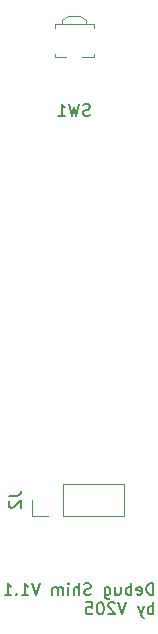
<source format=gbr>
%TF.GenerationSoftware,KiCad,Pcbnew,7.0.5*%
%TF.CreationDate,2024-02-18T16:55:48-05:00*%
%TF.ProjectId,pico-reset,7069636f-2d72-4657-9365-742e6b696361,rev?*%
%TF.SameCoordinates,Original*%
%TF.FileFunction,Legend,Bot*%
%TF.FilePolarity,Positive*%
%FSLAX46Y46*%
G04 Gerber Fmt 4.6, Leading zero omitted, Abs format (unit mm)*
G04 Created by KiCad (PCBNEW 7.0.5) date 2024-02-18 16:55:48*
%MOMM*%
%LPD*%
G01*
G04 APERTURE LIST*
%ADD10C,0.150000*%
%ADD11C,0.120000*%
G04 APERTURE END LIST*
D10*
X127341370Y-128392627D02*
X127341370Y-127392627D01*
X127341370Y-127392627D02*
X127103275Y-127392627D01*
X127103275Y-127392627D02*
X126960418Y-127440246D01*
X126960418Y-127440246D02*
X126865180Y-127535484D01*
X126865180Y-127535484D02*
X126817561Y-127630722D01*
X126817561Y-127630722D02*
X126769942Y-127821198D01*
X126769942Y-127821198D02*
X126769942Y-127964055D01*
X126769942Y-127964055D02*
X126817561Y-128154531D01*
X126817561Y-128154531D02*
X126865180Y-128249769D01*
X126865180Y-128249769D02*
X126960418Y-128345008D01*
X126960418Y-128345008D02*
X127103275Y-128392627D01*
X127103275Y-128392627D02*
X127341370Y-128392627D01*
X125960418Y-128345008D02*
X126055656Y-128392627D01*
X126055656Y-128392627D02*
X126246132Y-128392627D01*
X126246132Y-128392627D02*
X126341370Y-128345008D01*
X126341370Y-128345008D02*
X126388989Y-128249769D01*
X126388989Y-128249769D02*
X126388989Y-127868817D01*
X126388989Y-127868817D02*
X126341370Y-127773579D01*
X126341370Y-127773579D02*
X126246132Y-127725960D01*
X126246132Y-127725960D02*
X126055656Y-127725960D01*
X126055656Y-127725960D02*
X125960418Y-127773579D01*
X125960418Y-127773579D02*
X125912799Y-127868817D01*
X125912799Y-127868817D02*
X125912799Y-127964055D01*
X125912799Y-127964055D02*
X126388989Y-128059293D01*
X125484227Y-128392627D02*
X125484227Y-127392627D01*
X125484227Y-127773579D02*
X125388989Y-127725960D01*
X125388989Y-127725960D02*
X125198513Y-127725960D01*
X125198513Y-127725960D02*
X125103275Y-127773579D01*
X125103275Y-127773579D02*
X125055656Y-127821198D01*
X125055656Y-127821198D02*
X125008037Y-127916436D01*
X125008037Y-127916436D02*
X125008037Y-128202150D01*
X125008037Y-128202150D02*
X125055656Y-128297388D01*
X125055656Y-128297388D02*
X125103275Y-128345008D01*
X125103275Y-128345008D02*
X125198513Y-128392627D01*
X125198513Y-128392627D02*
X125388989Y-128392627D01*
X125388989Y-128392627D02*
X125484227Y-128345008D01*
X124150894Y-127725960D02*
X124150894Y-128392627D01*
X124579465Y-127725960D02*
X124579465Y-128249769D01*
X124579465Y-128249769D02*
X124531846Y-128345008D01*
X124531846Y-128345008D02*
X124436608Y-128392627D01*
X124436608Y-128392627D02*
X124293751Y-128392627D01*
X124293751Y-128392627D02*
X124198513Y-128345008D01*
X124198513Y-128345008D02*
X124150894Y-128297388D01*
X123246132Y-127725960D02*
X123246132Y-128535484D01*
X123246132Y-128535484D02*
X123293751Y-128630722D01*
X123293751Y-128630722D02*
X123341370Y-128678341D01*
X123341370Y-128678341D02*
X123436608Y-128725960D01*
X123436608Y-128725960D02*
X123579465Y-128725960D01*
X123579465Y-128725960D02*
X123674703Y-128678341D01*
X123246132Y-128345008D02*
X123341370Y-128392627D01*
X123341370Y-128392627D02*
X123531846Y-128392627D01*
X123531846Y-128392627D02*
X123627084Y-128345008D01*
X123627084Y-128345008D02*
X123674703Y-128297388D01*
X123674703Y-128297388D02*
X123722322Y-128202150D01*
X123722322Y-128202150D02*
X123722322Y-127916436D01*
X123722322Y-127916436D02*
X123674703Y-127821198D01*
X123674703Y-127821198D02*
X123627084Y-127773579D01*
X123627084Y-127773579D02*
X123531846Y-127725960D01*
X123531846Y-127725960D02*
X123341370Y-127725960D01*
X123341370Y-127725960D02*
X123246132Y-127773579D01*
X122055655Y-128345008D02*
X121912798Y-128392627D01*
X121912798Y-128392627D02*
X121674703Y-128392627D01*
X121674703Y-128392627D02*
X121579465Y-128345008D01*
X121579465Y-128345008D02*
X121531846Y-128297388D01*
X121531846Y-128297388D02*
X121484227Y-128202150D01*
X121484227Y-128202150D02*
X121484227Y-128106912D01*
X121484227Y-128106912D02*
X121531846Y-128011674D01*
X121531846Y-128011674D02*
X121579465Y-127964055D01*
X121579465Y-127964055D02*
X121674703Y-127916436D01*
X121674703Y-127916436D02*
X121865179Y-127868817D01*
X121865179Y-127868817D02*
X121960417Y-127821198D01*
X121960417Y-127821198D02*
X122008036Y-127773579D01*
X122008036Y-127773579D02*
X122055655Y-127678341D01*
X122055655Y-127678341D02*
X122055655Y-127583103D01*
X122055655Y-127583103D02*
X122008036Y-127487865D01*
X122008036Y-127487865D02*
X121960417Y-127440246D01*
X121960417Y-127440246D02*
X121865179Y-127392627D01*
X121865179Y-127392627D02*
X121627084Y-127392627D01*
X121627084Y-127392627D02*
X121484227Y-127440246D01*
X121055655Y-128392627D02*
X121055655Y-127392627D01*
X120627084Y-128392627D02*
X120627084Y-127868817D01*
X120627084Y-127868817D02*
X120674703Y-127773579D01*
X120674703Y-127773579D02*
X120769941Y-127725960D01*
X120769941Y-127725960D02*
X120912798Y-127725960D01*
X120912798Y-127725960D02*
X121008036Y-127773579D01*
X121008036Y-127773579D02*
X121055655Y-127821198D01*
X120150893Y-128392627D02*
X120150893Y-127725960D01*
X120150893Y-127392627D02*
X120198512Y-127440246D01*
X120198512Y-127440246D02*
X120150893Y-127487865D01*
X120150893Y-127487865D02*
X120103274Y-127440246D01*
X120103274Y-127440246D02*
X120150893Y-127392627D01*
X120150893Y-127392627D02*
X120150893Y-127487865D01*
X119674703Y-128392627D02*
X119674703Y-127725960D01*
X119674703Y-127821198D02*
X119627084Y-127773579D01*
X119627084Y-127773579D02*
X119531846Y-127725960D01*
X119531846Y-127725960D02*
X119388989Y-127725960D01*
X119388989Y-127725960D02*
X119293751Y-127773579D01*
X119293751Y-127773579D02*
X119246132Y-127868817D01*
X119246132Y-127868817D02*
X119246132Y-128392627D01*
X119246132Y-127868817D02*
X119198513Y-127773579D01*
X119198513Y-127773579D02*
X119103275Y-127725960D01*
X119103275Y-127725960D02*
X118960418Y-127725960D01*
X118960418Y-127725960D02*
X118865179Y-127773579D01*
X118865179Y-127773579D02*
X118817560Y-127868817D01*
X118817560Y-127868817D02*
X118817560Y-128392627D01*
X117722322Y-127392627D02*
X117388989Y-128392627D01*
X117388989Y-128392627D02*
X117055656Y-127392627D01*
X116198513Y-128392627D02*
X116769941Y-128392627D01*
X116484227Y-128392627D02*
X116484227Y-127392627D01*
X116484227Y-127392627D02*
X116579465Y-127535484D01*
X116579465Y-127535484D02*
X116674703Y-127630722D01*
X116674703Y-127630722D02*
X116769941Y-127678341D01*
X115769941Y-128297388D02*
X115722322Y-128345008D01*
X115722322Y-128345008D02*
X115769941Y-128392627D01*
X115769941Y-128392627D02*
X115817560Y-128345008D01*
X115817560Y-128345008D02*
X115769941Y-128297388D01*
X115769941Y-128297388D02*
X115769941Y-128392627D01*
X114769942Y-128392627D02*
X115341370Y-128392627D01*
X115055656Y-128392627D02*
X115055656Y-127392627D01*
X115055656Y-127392627D02*
X115150894Y-127535484D01*
X115150894Y-127535484D02*
X115246132Y-127630722D01*
X115246132Y-127630722D02*
X115341370Y-127678341D01*
X127341370Y-130002627D02*
X127341370Y-129002627D01*
X127341370Y-129383579D02*
X127246132Y-129335960D01*
X127246132Y-129335960D02*
X127055656Y-129335960D01*
X127055656Y-129335960D02*
X126960418Y-129383579D01*
X126960418Y-129383579D02*
X126912799Y-129431198D01*
X126912799Y-129431198D02*
X126865180Y-129526436D01*
X126865180Y-129526436D02*
X126865180Y-129812150D01*
X126865180Y-129812150D02*
X126912799Y-129907388D01*
X126912799Y-129907388D02*
X126960418Y-129955008D01*
X126960418Y-129955008D02*
X127055656Y-130002627D01*
X127055656Y-130002627D02*
X127246132Y-130002627D01*
X127246132Y-130002627D02*
X127341370Y-129955008D01*
X126531846Y-129335960D02*
X126293751Y-130002627D01*
X126055656Y-129335960D02*
X126293751Y-130002627D01*
X126293751Y-130002627D02*
X126388989Y-130240722D01*
X126388989Y-130240722D02*
X126436608Y-130288341D01*
X126436608Y-130288341D02*
X126531846Y-130335960D01*
X125055655Y-129002627D02*
X124722322Y-130002627D01*
X124722322Y-130002627D02*
X124388989Y-129002627D01*
X124103274Y-129097865D02*
X124055655Y-129050246D01*
X124055655Y-129050246D02*
X123960417Y-129002627D01*
X123960417Y-129002627D02*
X123722322Y-129002627D01*
X123722322Y-129002627D02*
X123627084Y-129050246D01*
X123627084Y-129050246D02*
X123579465Y-129097865D01*
X123579465Y-129097865D02*
X123531846Y-129193103D01*
X123531846Y-129193103D02*
X123531846Y-129288341D01*
X123531846Y-129288341D02*
X123579465Y-129431198D01*
X123579465Y-129431198D02*
X124150893Y-130002627D01*
X124150893Y-130002627D02*
X123531846Y-130002627D01*
X122912798Y-129002627D02*
X122817560Y-129002627D01*
X122817560Y-129002627D02*
X122722322Y-129050246D01*
X122722322Y-129050246D02*
X122674703Y-129097865D01*
X122674703Y-129097865D02*
X122627084Y-129193103D01*
X122627084Y-129193103D02*
X122579465Y-129383579D01*
X122579465Y-129383579D02*
X122579465Y-129621674D01*
X122579465Y-129621674D02*
X122627084Y-129812150D01*
X122627084Y-129812150D02*
X122674703Y-129907388D01*
X122674703Y-129907388D02*
X122722322Y-129955008D01*
X122722322Y-129955008D02*
X122817560Y-130002627D01*
X122817560Y-130002627D02*
X122912798Y-130002627D01*
X122912798Y-130002627D02*
X123008036Y-129955008D01*
X123008036Y-129955008D02*
X123055655Y-129907388D01*
X123055655Y-129907388D02*
X123103274Y-129812150D01*
X123103274Y-129812150D02*
X123150893Y-129621674D01*
X123150893Y-129621674D02*
X123150893Y-129383579D01*
X123150893Y-129383579D02*
X123103274Y-129193103D01*
X123103274Y-129193103D02*
X123055655Y-129097865D01*
X123055655Y-129097865D02*
X123008036Y-129050246D01*
X123008036Y-129050246D02*
X122912798Y-129002627D01*
X121674703Y-129002627D02*
X122150893Y-129002627D01*
X122150893Y-129002627D02*
X122198512Y-129478817D01*
X122198512Y-129478817D02*
X122150893Y-129431198D01*
X122150893Y-129431198D02*
X122055655Y-129383579D01*
X122055655Y-129383579D02*
X121817560Y-129383579D01*
X121817560Y-129383579D02*
X121722322Y-129431198D01*
X121722322Y-129431198D02*
X121674703Y-129478817D01*
X121674703Y-129478817D02*
X121627084Y-129574055D01*
X121627084Y-129574055D02*
X121627084Y-129812150D01*
X121627084Y-129812150D02*
X121674703Y-129907388D01*
X121674703Y-129907388D02*
X121722322Y-129955008D01*
X121722322Y-129955008D02*
X121817560Y-130002627D01*
X121817560Y-130002627D02*
X122055655Y-130002627D01*
X122055655Y-130002627D02*
X122150893Y-129955008D01*
X122150893Y-129955008D02*
X122198512Y-129907388D01*
%TO.C,SW1*%
X121983332Y-87767200D02*
X121840475Y-87814819D01*
X121840475Y-87814819D02*
X121602380Y-87814819D01*
X121602380Y-87814819D02*
X121507142Y-87767200D01*
X121507142Y-87767200D02*
X121459523Y-87719580D01*
X121459523Y-87719580D02*
X121411904Y-87624342D01*
X121411904Y-87624342D02*
X121411904Y-87529104D01*
X121411904Y-87529104D02*
X121459523Y-87433866D01*
X121459523Y-87433866D02*
X121507142Y-87386247D01*
X121507142Y-87386247D02*
X121602380Y-87338628D01*
X121602380Y-87338628D02*
X121792856Y-87291009D01*
X121792856Y-87291009D02*
X121888094Y-87243390D01*
X121888094Y-87243390D02*
X121935713Y-87195771D01*
X121935713Y-87195771D02*
X121983332Y-87100533D01*
X121983332Y-87100533D02*
X121983332Y-87005295D01*
X121983332Y-87005295D02*
X121935713Y-86910057D01*
X121935713Y-86910057D02*
X121888094Y-86862438D01*
X121888094Y-86862438D02*
X121792856Y-86814819D01*
X121792856Y-86814819D02*
X121554761Y-86814819D01*
X121554761Y-86814819D02*
X121411904Y-86862438D01*
X121078570Y-86814819D02*
X120840475Y-87814819D01*
X120840475Y-87814819D02*
X120649999Y-87100533D01*
X120649999Y-87100533D02*
X120459523Y-87814819D01*
X120459523Y-87814819D02*
X120221428Y-86814819D01*
X119316666Y-87814819D02*
X119888094Y-87814819D01*
X119602380Y-87814819D02*
X119602380Y-86814819D01*
X119602380Y-86814819D02*
X119697618Y-86957676D01*
X119697618Y-86957676D02*
X119792856Y-87052914D01*
X119792856Y-87052914D02*
X119888094Y-87100533D01*
%TO.C,J2*%
X115127965Y-119995774D02*
X115842250Y-119995774D01*
X115842250Y-119995774D02*
X115985107Y-119948155D01*
X115985107Y-119948155D02*
X116080346Y-119852917D01*
X116080346Y-119852917D02*
X116127965Y-119710060D01*
X116127965Y-119710060D02*
X116127965Y-119614822D01*
X115223203Y-120424346D02*
X115175584Y-120471965D01*
X115175584Y-120471965D02*
X115127965Y-120567203D01*
X115127965Y-120567203D02*
X115127965Y-120805298D01*
X115127965Y-120805298D02*
X115175584Y-120900536D01*
X115175584Y-120900536D02*
X115223203Y-120948155D01*
X115223203Y-120948155D02*
X115318441Y-120995774D01*
X115318441Y-120995774D02*
X115413679Y-120995774D01*
X115413679Y-120995774D02*
X115556536Y-120948155D01*
X115556536Y-120948155D02*
X116127965Y-120376727D01*
X116127965Y-120376727D02*
X116127965Y-120995774D01*
D11*
%TO.C,SW1*%
X122300000Y-82850000D02*
X121300000Y-82850000D01*
X122300000Y-82560000D02*
X122300000Y-82850000D01*
X122300000Y-80350000D02*
X122300000Y-80060000D01*
X122300000Y-80060000D02*
X119000000Y-80060000D01*
X121650000Y-79740000D02*
X121650000Y-80060000D01*
X121150000Y-79360000D02*
X121650000Y-79740000D01*
X121150000Y-79360000D02*
X120150000Y-79360000D01*
X120150000Y-79360000D02*
X119650000Y-79740000D01*
X119650000Y-79740000D02*
X119650000Y-80060000D01*
X119000000Y-82850000D02*
X120000000Y-82850000D01*
X119000000Y-82850000D02*
X119000000Y-82560000D01*
X119000000Y-80060000D02*
X119000000Y-80350000D01*
%TO.C,J2*%
X124853146Y-118999108D02*
X124853146Y-121659108D01*
X119713146Y-118999108D02*
X124853146Y-118999108D01*
X119713146Y-118999108D02*
X119713146Y-121659108D01*
X117113146Y-120329108D02*
X117113146Y-121659108D01*
X119713146Y-121659108D02*
X124853146Y-121659108D01*
X117113146Y-121659108D02*
X118443146Y-121659108D01*
%TD*%
M02*

</source>
